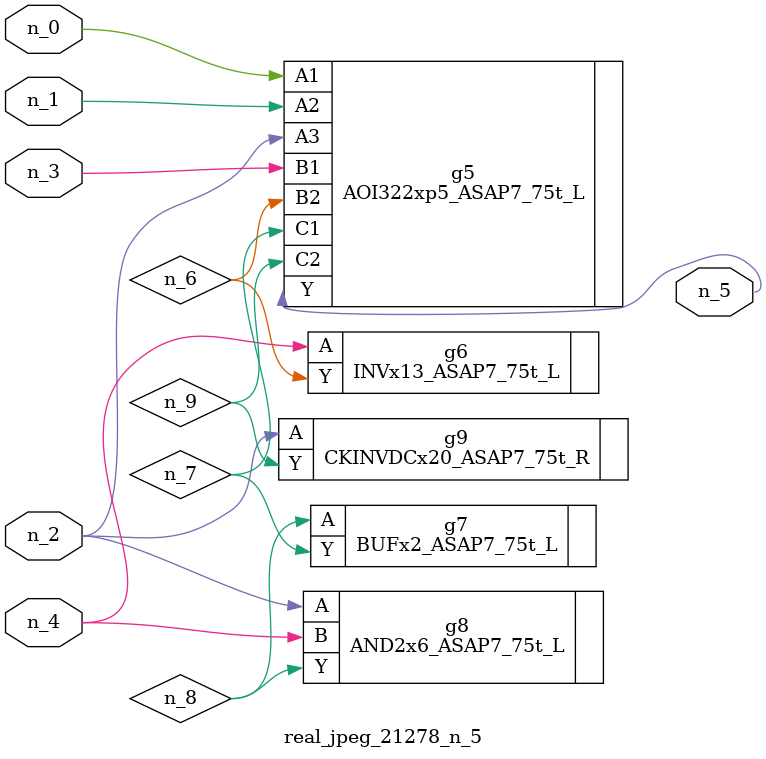
<source format=v>
module real_jpeg_21278_n_5 (n_4, n_0, n_1, n_2, n_3, n_5);

input n_4;
input n_0;
input n_1;
input n_2;
input n_3;

output n_5;

wire n_8;
wire n_6;
wire n_7;
wire n_9;

AOI322xp5_ASAP7_75t_L g5 ( 
.A1(n_0),
.A2(n_1),
.A3(n_2),
.B1(n_3),
.B2(n_6),
.C1(n_7),
.C2(n_9),
.Y(n_5)
);

AND2x6_ASAP7_75t_L g8 ( 
.A(n_2),
.B(n_4),
.Y(n_8)
);

CKINVDCx20_ASAP7_75t_R g9 ( 
.A(n_2),
.Y(n_9)
);

INVx13_ASAP7_75t_L g6 ( 
.A(n_4),
.Y(n_6)
);

BUFx2_ASAP7_75t_L g7 ( 
.A(n_8),
.Y(n_7)
);


endmodule
</source>
